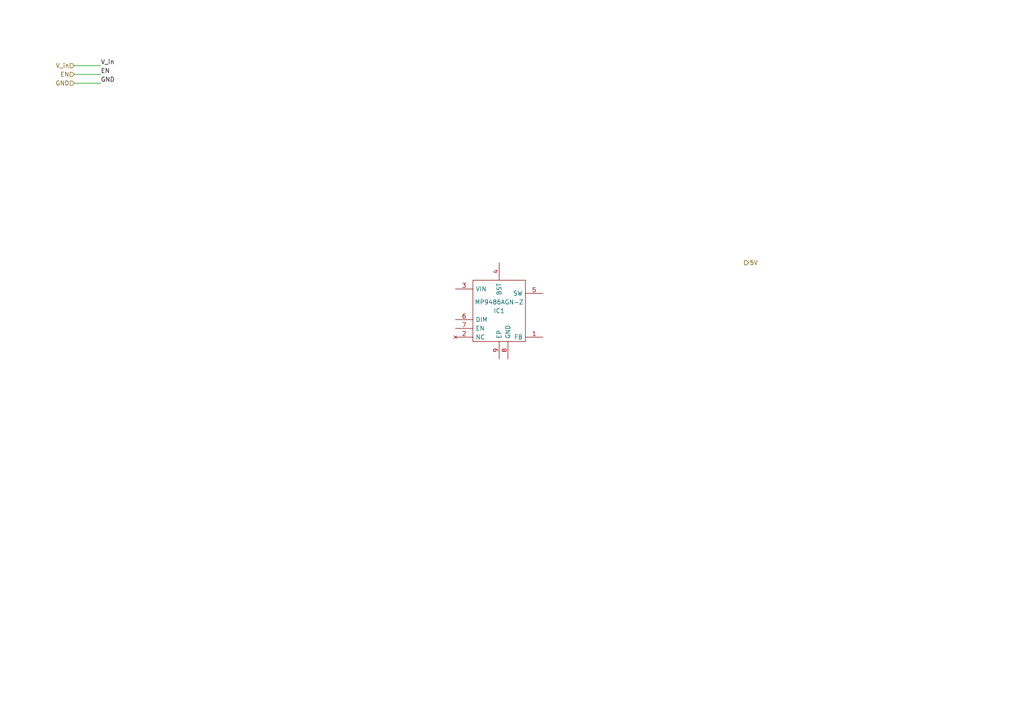
<source format=kicad_sch>
(kicad_sch (version 20211123) (generator eeschema)
  (paper "A4")
  (lib_symbols
    (symbol "CustomLib:MP9486AGN-Z" (pin_names (offset 0.762))
      (property "Reference" "IC1" (at 12.7 -6.35 0))
      (property "Value" "MP9486AGN-Z" (at 12.7 -3.81 0))
      (symbol "MP9486AGN-Z_0_0"
        (pin passive line (at 25.4 -13.97 180) (length 5.08) (name "FB") (number "1"))
        (pin no_connect line (at 0 -13.97 0) (length 5.08) (name "NC") (number "2"))
        (pin passive line (at 0 0 0) (length 5.08) (name "VIN") (number "3"))
        (pin passive line (at 12.7 7.62 270) (length 5.08) (name "BST") (number "4"))
        (pin passive line (at 25.4 -1.27 180) (length 5.08) (name "SW") (number "5"))
        (pin passive line (at 0 -8.89 0) (length 5.08) (name "DIM") (number "6"))
        (pin passive line (at 0 -11.43 0) (length 5.08) (name "EN") (number "7"))
        (pin passive line (at 15.24 -20.32 90) (length 5.08) (name "GND") (number "8"))
        (pin passive line (at 12.7 -20.32 90) (length 5.08) (name "EP") (number "9"))
      )
      (symbol "MP9486AGN-Z_0_1"
        (polyline (pts (xy 5.08 2.54) (xy 20.32 2.54) (xy 20.32 -15.24) (xy 5.08 -15.24) (xy 5.08 2.54)) (stroke (width 0.1524)))
      )
    )
  )
  (wire (pts (xy 21.59 21.59) (xy 29.21 21.59)))
  (wire (pts (xy 21.59 19.05) (xy 29.21 19.05)))
  (wire (pts (xy 21.59 24.13) (xy 29.21 24.13)))
  (label "GND" (at 29.21 24.13 0))
  (label "EN" (at 29.21 21.59 0))
  (label "V_in" (at 29.21 19.05 0))
  (hierarchical_label "5V" (shape output) (at 215.9 76.2 0))
  (hierarchical_label "GND" (shape input) (at 21.59 24.13 180))
  (hierarchical_label "V_in" (shape input) (at 21.59 19.05 180))
  (hierarchical_label "EN" (shape input) (at 21.59 21.59 180))
  (symbol (lib_id "CustomLib:MP9486AGN-Z") (at 132.08 83.82 0) (unit 1)
    (property "Reference" "IC1" (at 144.78 90.17 0))
    (property "Value" "MP9486AGN-Z" (at 144.78 87.63 0))
    (property "Footprint" "max_KiCAD_lib:SOIC127P600X170-9N" (effects hide))
    (property "Datasheet" "https://componentsearchengine.com/Datasheets/1/MP9486AGN-Z.pdf" (effects hide))
    (property "Description" "Switching Voltage Regulators 100V Input, 3.5A, Switching Current Limit Step-Down Converter" (effects hide))
    (property "Height" "1.7" (effects hide))
    (property "Mouser Part Number" "946-MP9486AGN-Z" (effects hide))
    (property "Mouser Price/Stock" "https://www.mouser.co.uk/ProductDetail/Monolithic-Power-Systems-MPS/MP9486AGN-Z?qs=YCa%2FAAYMW010ws20lFESXg%3D%3D" (effects hide))
    (property "Manufacturer_Name" "Monolithic Power Systems (MPS)" (effects hide))
    (property "Manufacturer_Part_Number" "MP9486AGN-Z" (effects hide))
  )
)
</source>
